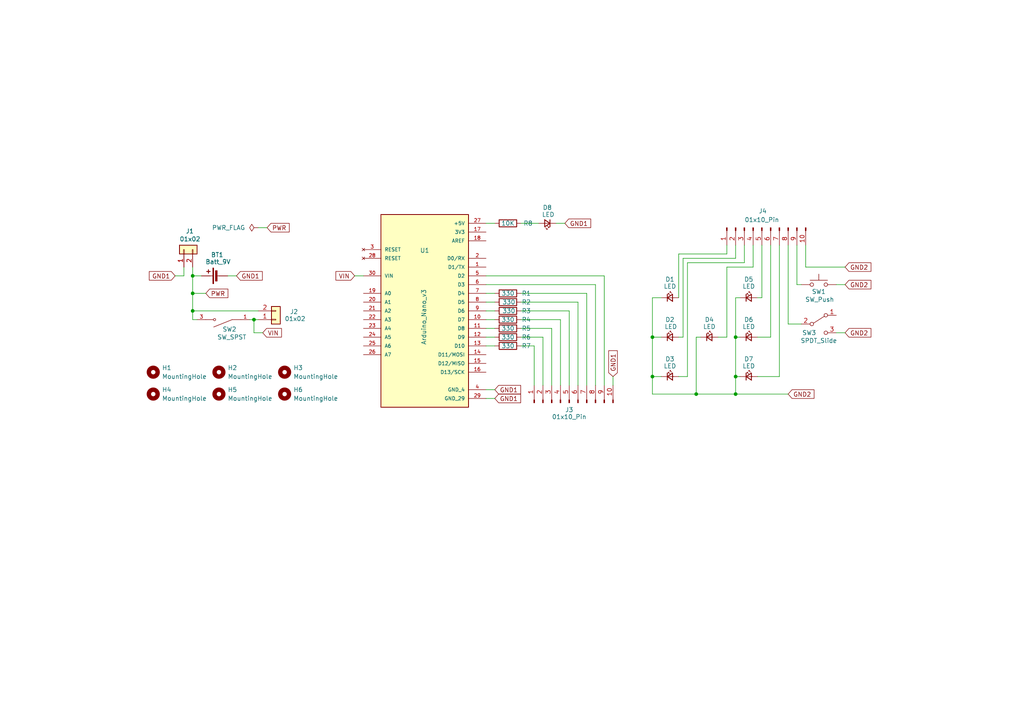
<source format=kicad_sch>
(kicad_sch (version 20250114) (generator "eeschema") (generator_version "9.0")
  (paper "A4")
  (lib_symbols
    (symbol "Connector:Conn_01x10_Pin" (pin_names (offset 1.016) (hide yes))
      (property "Reference" "J" (at 0 12.7 0))
      (property "Value" "Conn_01x10_Pin" (at 0 -15.24 0))
      (symbol "Conn_01x10_Pin_1_1"
        (rectangle (start 0.8636 10.287) (end 0 10.033) (stroke (width 0.1524)) (fill (type outline)))
        (rectangle (start 0.8636 7.747) (end 0 7.493) (stroke (width 0.1524)) (fill (type outline)))
        (rectangle (start 0.8636 5.207) (end 0 4.953) (stroke (width 0.1524)) (fill (type outline)))
        (rectangle (start 0.8636 2.667) (end 0 2.413) (stroke (width 0.1524)) (fill (type outline)))
        (rectangle (start 0.8636 0.127) (end 0 -0.127) (stroke (width 0.1524)) (fill (type outline)))
        (rectangle (start 0.8636 -2.413) (end 0 -2.667) (stroke (width 0.1524)) (fill (type outline)))
        (rectangle (start 0.8636 -4.953) (end 0 -5.207) (stroke (width 0.1524)) (fill (type outline)))
        (rectangle (start 0.8636 -7.493) (end 0 -7.747) (stroke (width 0.1524)) (fill (type outline)))
        (rectangle (start 0.8636 -10.033) (end 0 -10.287) (stroke (width 0.1524)) (fill (type outline)))
        (rectangle (start 0.8636 -12.573) (end 0 -12.827) (stroke (width 0.1524)) (fill (type outline)))
        (polyline (pts (xy 1.27 10.16) (xy 0.8636 10.16)) (stroke (width 0.1524)))
        (polyline (pts (xy 1.27 7.62) (xy 0.8636 7.62)) (stroke (width 0.1524)))
        (polyline (pts (xy 1.27 5.08) (xy 0.8636 5.08)) (stroke (width 0.1524)))
        (polyline (pts (xy 1.27 2.54) (xy 0.8636 2.54)) (stroke (width 0.1524)))
        (polyline (pts (xy 1.27 0) (xy 0.8636 0)) (stroke (width 0.1524)))
        (polyline (pts (xy 1.27 -2.54) (xy 0.8636 -2.54)) (stroke (width 0.1524)))
        (polyline (pts (xy 1.27 -5.08) (xy 0.8636 -5.08)) (stroke (width 0.1524)))
        (polyline (pts (xy 1.27 -7.62) (xy 0.8636 -7.62)) (stroke (width 0.1524)))
        (polyline (pts (xy 1.27 -10.16) (xy 0.8636 -10.16)) (stroke (width 0.1524)))
        (polyline (pts (xy 1.27 -12.7) (xy 0.8636 -12.7)) (stroke (width 0.1524)))
        (pin passive line (at 5.08 10.16 180) (length 3.81) (name "Pin_1") (number "1"))
        (pin passive line (at 5.08 7.62 180) (length 3.81) (name "Pin_2") (number "2"))
        (pin passive line (at 5.08 5.08 180) (length 3.81) (name "Pin_3") (number "3"))
        (pin passive line (at 5.08 2.54 180) (length 3.81) (name "Pin_4") (number "4"))
        (pin passive line (at 5.08 0 180) (length 3.81) (name "Pin_5") (number "5"))
        (pin passive line (at 5.08 -2.54 180) (length 3.81) (name "Pin_6") (number "6"))
        (pin passive line (at 5.08 -5.08 180) (length 3.81) (name "Pin_7") (number "7"))
        (pin passive line (at 5.08 -7.62 180) (length 3.81) (name "Pin_8") (number "8"))
        (pin passive line (at 5.08 -10.16 180) (length 3.81) (name "Pin_9") (number "9"))
        (pin passive line (at 5.08 -12.7 180) (length 3.81) (name "Pin_10") (number "10"))
      )
    )
    (symbol "Connector_Generic:Conn_01x02" (pin_names (offset 1.016) (hide yes))
      (property "Reference" "J" (at 0 2.54 0))
      (property "Value" "Conn_01x02" (at 0 -5.08 0))
      (symbol "Conn_01x02_1_1"
        (rectangle (start -1.27 1.27) (end 1.27 -3.81) (stroke (width 0.254)) (fill (type background)))
        (rectangle (start -1.27 0.127) (end 0 -0.127) (stroke (width 0.1524)))
        (rectangle (start -1.27 -2.413) (end 0 -2.667) (stroke (width 0.1524)))
        (pin passive line (at -5.08 0 0) (length 3.81) (name "Pin_1") (number "1"))
        (pin passive line (at -5.08 -2.54 0) (length 3.81) (name "Pin_2") (number "2"))
      )
    )
    (symbol "Custom:Arduino_Nano_v3" (pin_names (offset 1.016))
      (property "Reference" "U1" (at 0 17.526 0))
      (property "Value" "Arduino_Nano_v3" (at -0.254 -1.778 90))
      (symbol "Arduino_Nano_v3_0_0"
        (rectangle (start -12.7 27.94) (end 12.7 -27.94) (stroke (width 0.254)) (fill (type background)))
        (pin no_connect line (at -17.78 17.78 0) (length 5.08) (name "RESET") (number "3"))
        (pin no_connect line (at -17.78 15.24 0) (length 5.08) (name "RESET") (number "28"))
        (pin input line (at -17.78 10.16 0) (length 5.08) (name "VIN") (number "30"))
        (pin free line (at -17.78 5.08 0) (length 5.08) (name "A0") (number "19"))
        (pin free line (at -17.78 2.54 0) (length 5.08) (name "A1") (number "20"))
        (pin free line (at -17.78 0 0) (length 5.08) (name "A2") (number "21"))
        (pin free line (at -17.78 -2.54 0) (length 5.08) (name "A3") (number "22"))
        (pin free line (at -17.78 -5.08 0) (length 5.08) (name "A4") (number "23"))
        (pin free line (at -17.78 -7.62 0) (length 5.08) (name "A5") (number "24"))
        (pin free line (at -17.78 -10.16 0) (length 5.08) (name "A6") (number "25"))
        (pin free line (at -17.78 -12.7 0) (length 5.08) (name "A7") (number "26"))
        (pin power_out line (at 17.78 25.4 180) (length 5.08) (name "+5V") (number "27"))
        (pin free line (at 17.78 22.86 180) (length 5.08) (name "3V3") (number "17"))
        (pin free line (at 17.78 20.32 180) (length 5.08) (name "AREF") (number "18"))
        (pin free line (at 17.78 15.24 180) (length 5.08) (name "D0/RX") (number "2"))
        (pin free line (at 17.78 12.7 180) (length 5.08) (name "D1/TX") (number "1"))
        (pin bidirectional line (at 17.78 10.16 180) (length 5.08) (name "D2") (number "5"))
        (pin bidirectional line (at 17.78 7.62 180) (length 5.08) (name "D3") (number "6"))
        (pin bidirectional line (at 17.78 5.08 180) (length 5.08) (name "D4") (number "7"))
        (pin bidirectional line (at 17.78 2.54 180) (length 5.08) (name "D5") (number "8"))
        (pin bidirectional line (at 17.78 0 180) (length 5.08) (name "D6") (number "9"))
        (pin bidirectional line (at 17.78 -2.54 180) (length 5.08) (name "D7") (number "10"))
        (pin bidirectional line (at 17.78 -5.08 180) (length 5.08) (name "D8") (number "11"))
        (pin bidirectional line (at 17.78 -7.62 180) (length 5.08) (name "D9") (number "12"))
        (pin bidirectional line (at 17.78 -10.16 180) (length 5.08) (name "D10") (number "13"))
        (pin free line (at 17.78 -12.7 180) (length 5.08) (name "D11/MOSI") (number "14"))
        (pin free line (at 17.78 -15.24 180) (length 5.08) (name "D12/MISO") (number "15"))
        (pin free line (at 17.78 -17.78 180) (length 5.08) (name "D13/SCK") (number "16"))
        (pin passive line (at 17.78 -22.86 180) (length 5.08) (name "GND_4") (number "4"))
        (pin passive line (at 17.78 -25.4 180) (length 5.08) (name "GND_29") (number "29"))
      )
    )
    (symbol "Custom:Push_Button_Switch_THT_C&K_D6R90LGS" (pin_names (offset 1.016))
      (property "Reference" "S" (at -3.81 2.54 0))
      (property "Value" "Push_Button_Switch_THT_C&K_D6R90LGS" (at -3.81 -2.54 0))
      (symbol "Push_Button_Switch_THT_C&K_D6R90LGS_0_0"
        (polyline (pts (xy -2.54 0) (xy -5.08 0)) (stroke (width 0.1524)))
        (polyline (pts (xy -2.54 0) (xy 2.794 2.1336)) (stroke (width 0.1524)))
        (circle (center 2.54 0) (radius 0.3302) (stroke (width 0.1524)))
        (polyline (pts (xy 5.08 0) (xy 2.921 0)) (stroke (width 0.1524)))
        (pin passive line (at -7.62 0 0) (length 2.54) (name "~") (number "1"))
        (pin passive line (at -7.62 0 0) (length 2.54) (hide yes) (name "~") (number "2"))
        (pin passive line (at 7.62 0 180) (length 2.54) (name "~") (number "3"))
        (pin passive line (at 7.62 0 180) (length 2.54) (hide yes) (name "~") (number "4"))
      )
    )
    (symbol "Device:Battery_Cell" (pin_numbers (hide yes)) (pin_names (offset 0) (hide yes))
      (property "Reference" "BT" (at 2.54 2.54 0))
      (property "Value" "Battery_Cell" (at 2.54 0 0))
      (symbol "Battery_Cell_0_1"
        (rectangle (start -2.286 1.778) (end 2.286 1.524) (fill (type outline)))
        (rectangle (start -1.524 1.016) (end 1.524 0.508) (fill (type outline)))
        (polyline (pts (xy 0 1.778) (xy 0 2.54)))
        (polyline (pts (xy 0 0.762) (xy 0 0)))
        (polyline (pts (xy 0.762 3.048) (xy 1.778 3.048)) (stroke (width 0.254)))
        (polyline (pts (xy 1.27 3.556) (xy 1.27 2.54)) (stroke (width 0.254)))
      )
      (symbol "Battery_Cell_1_1"
        (pin passive line (at 0 5.08 270) (length 2.54) (name "+") (number "1"))
        (pin passive line (at 0 -2.54 90) (length 2.54) (name "-") (number "2"))
      )
    )
    (symbol "Device:R" (pin_numbers (hide yes)) (pin_names (offset 0))
      (property "Reference" "R" (at 2.032 0 90))
      (property "Value" "R" (at 0 0 90))
      (symbol "R_0_1"
        (rectangle (start -1.016 -2.54) (end 1.016 2.54) (stroke (width 0.254)))
      )
      (symbol "R_1_1"
        (pin passive line (at 0 3.81 270) (length 1.27) (name "~") (number "1"))
        (pin passive line (at 0 -3.81 90) (length 1.27) (name "~") (number "2"))
      )
    )
    (symbol "Mechanical:MountingHole" (pin_names (offset 1.016)) (in_bom no)
      (property "Reference" "H" (at 0 5.08 0))
      (property "Value" "MountingHole" (at 0 3.175 0))
      (symbol "MountingHole_0_1"
        (circle (center 0 0) (radius 1.27) (stroke (width 1.27)))
      )
    )
    (symbol "PCM_SparkFun-LED:LED" (pin_numbers (hide yes)) (pin_names (offset 1.016) (hide yes))
      (property "Reference" "D" (at 0 2.54 0))
      (property "Value" "LED" (at 0 -2.54 0))
      (symbol "LED_0_1"
        (polyline (pts (xy -0.762 -1.016) (xy -0.762 1.016)) (stroke (width 0.254)))
        (polyline (pts (xy 0 0.762) (xy -0.508 1.27) (xy -0.254 1.27) (xy -0.508 1.27) (xy -0.508 1.016)))
        (polyline (pts (xy 0.508 1.27) (xy 0 1.778) (xy 0.254 1.778) (xy 0 1.778) (xy 0 1.524)))
        (polyline (pts (xy 0.762 -1.016) (xy -0.762 0) (xy 0.762 1.016) (xy 0.762 -1.016)) (stroke (width 0.254)))
        (polyline (pts (xy 1.016 0) (xy -0.762 0)))
      )
      (symbol "LED_1_1"
        (pin passive line (at -2.54 0 0) (length 1.778) (name "K") (number "1"))
        (pin passive line (at 2.54 0 180) (length 1.778) (name "A") (number "2"))
      )
    )
    (symbol "PCM_SparkFun-Switch:SPDT_Slide_PTH_11.6x4.0mm" (pin_names (offset 0) (hide yes))
      (property "Reference" "SW3" (at -2.794 -2.54 0))
      (property "Value" "SPDT_Slide" (at 0 -4.826 0))
      (symbol "SPDT_Slide_PTH_11.6x4.0mm_0_0"
        (circle (center -2.032 0) (radius 0.508))
        (circle (center 2.032 -2.54) (radius 0.508))
      )
      (symbol "SPDT_Slide_PTH_11.6x4.0mm_0_1"
        (polyline (pts (xy -1.524 0.254) (xy 1.651 2.286)))
        (circle (center 2.032 2.54) (radius 0.508))
      )
      (symbol "SPDT_Slide_PTH_11.6x4.0mm_1_1"
        (pin passive line (at -5.08 0 0) (length 2.54) (name "B") (number "2"))
        (pin free line (at 5.08 2.54 180) (length 2.54) (name "A") (number "1"))
        (pin passive line (at 5.08 -2.54 180) (length 2.54) (name "C") (number "3"))
      )
    )
    (symbol "Switch:SW_Push" (pin_numbers (hide yes)) (pin_names (offset 1.016) (hide yes))
      (property "Reference" "SW" (at 1.27 2.54 0))
      (property "Value" "SW_Push" (at 0 -1.524 0))
      (symbol "SW_Push_0_1"
        (circle (center -2.032 0) (radius 0.508))
        (polyline (pts (xy 0 1.27) (xy 0 3.048)))
        (circle (center 2.032 0) (radius 0.508))
        (polyline (pts (xy 2.54 1.27) (xy -2.54 1.27)))
        (pin passive line (at -5.08 0 0) (length 2.54) (name "1") (number "1"))
        (pin passive line (at 5.08 0 180) (length 2.54) (name "2") (number "2"))
      )
    )
    (symbol "power:PWR_FLAG" (power) (pin_numbers (hide yes)) (pin_names (offset 0) (hide yes))
      (property "Value" "PWR_FLAG" (at 0 3.81 0))
      (symbol "PWR_FLAG_0_0"
        (pin power_out line (at 0 0 90) (length 0) (name "~") (number "1"))
      )
      (symbol "PWR_FLAG_0_1"
        (polyline (pts (xy 0 0) (xy 0 1.27) (xy -1.016 1.905) (xy 0 2.54) (xy 1.016 1.905) (xy 0 1.27)))
      )
    )
  )
  (junction (at 189.23 109.22))
  (junction (at 55.88 80.01))
  (junction (at 55.88 90.17))
  (junction (at 213.36 114.3))
  (junction (at 201.93 114.3))
  (junction (at 213.36 97.79))
  (junction (at 55.88 85.09))
  (junction (at 189.23 97.79))
  (junction (at 73.66 92.71))
  (junction (at 213.36 109.22))
  (wire (pts (xy 226.06 71.12) (xy 226.06 109.22)))
  (wire (pts (xy 210.82 77.47) (xy 210.82 97.79)))
  (wire (pts (xy 198.12 74.93) (xy 198.12 97.79)))
  (wire (pts (xy 177.8 111.76) (xy 177.8 109.22)))
  (wire (pts (xy 214.63 97.79) (xy 213.36 97.79)))
  (wire (pts (xy 228.6 71.12) (xy 228.6 93.98)))
  (wire (pts (xy 151.13 92.71) (xy 162.56 92.71)))
  (wire (pts (xy 55.88 92.71) (xy 57.15 92.71)))
  (wire (pts (xy 151.13 85.09) (xy 170.18 85.09)))
  (wire (pts (xy 151.13 95.25) (xy 160.02 95.25)))
  (wire (pts (xy 53.34 77.47) (xy 53.34 80.01)))
  (wire (pts (xy 223.52 71.12) (xy 223.52 97.79)))
  (wire (pts (xy 175.26 80.01) (xy 175.26 111.76)))
  (wire (pts (xy 199.39 76.2) (xy 199.39 109.22)))
  (wire (pts (xy 72.39 92.71) (xy 73.66 92.71)))
  (wire (pts (xy 198.12 74.93) (xy 213.36 74.93)))
  (wire (pts (xy 102.87 80.01) (xy 105.41 80.01)))
  (wire (pts (xy 210.82 73.66) (xy 210.82 71.12)))
  (wire (pts (xy 189.23 109.22) (xy 189.23 114.3)))
  (wire (pts (xy 210.82 73.66) (xy 196.85 73.66)))
  (wire (pts (xy 242.57 96.52) (xy 245.11 96.52)))
  (wire (pts (xy 151.13 64.77) (xy 156.21 64.77)))
  (wire (pts (xy 50.8 80.01) (xy 53.34 80.01)))
  (wire (pts (xy 213.36 86.36) (xy 214.63 86.36)))
  (wire (pts (xy 199.39 109.22) (xy 196.85 109.22)))
  (wire (pts (xy 213.36 71.12) (xy 213.36 74.93)))
  (wire (pts (xy 160.02 95.25) (xy 160.02 111.76)))
  (wire (pts (xy 214.63 109.22) (xy 213.36 109.22)))
  (wire (pts (xy 233.68 71.12) (xy 233.68 77.47)))
  (wire (pts (xy 55.88 77.47) (xy 55.88 80.01)))
  (wire (pts (xy 189.23 86.36) (xy 191.77 86.36)))
  (wire (pts (xy 226.06 109.22) (xy 219.71 109.22)))
  (wire (pts (xy 218.44 71.12) (xy 218.44 77.47)))
  (wire (pts (xy 73.66 92.71) (xy 73.66 96.52)))
  (wire (pts (xy 213.36 97.79) (xy 213.36 109.22)))
  (wire (pts (xy 242.57 82.55) (xy 245.11 82.55)))
  (wire (pts (xy 140.97 64.77) (xy 143.51 64.77)))
  (wire (pts (xy 55.88 90.17) (xy 55.88 92.71)))
  (wire (pts (xy 189.23 97.79) (xy 189.23 109.22)))
  (wire (pts (xy 140.97 97.79) (xy 143.51 97.79)))
  (wire (pts (xy 213.36 109.22) (xy 213.36 114.3)))
  (wire (pts (xy 151.13 100.33) (xy 154.94 100.33)))
  (wire (pts (xy 198.12 97.79) (xy 196.85 97.79)))
  (wire (pts (xy 74.93 66.04) (xy 77.47 66.04)))
  (wire (pts (xy 220.98 86.36) (xy 219.71 86.36)))
  (wire (pts (xy 201.93 97.79) (xy 201.93 114.3)))
  (wire (pts (xy 228.6 114.3) (xy 213.36 114.3)))
  (wire (pts (xy 73.66 92.71) (xy 74.93 92.71)))
  (wire (pts (xy 172.72 82.55) (xy 172.72 111.76)))
  (wire (pts (xy 140.97 92.71) (xy 143.51 92.71)))
  (wire (pts (xy 231.14 71.12) (xy 231.14 82.55)))
  (wire (pts (xy 157.48 97.79) (xy 157.48 111.76)))
  (wire (pts (xy 215.9 76.2) (xy 199.39 76.2)))
  (wire (pts (xy 140.97 87.63) (xy 143.51 87.63)))
  (wire (pts (xy 55.88 90.17) (xy 74.93 90.17)))
  (wire (pts (xy 245.11 77.47) (xy 233.68 77.47)))
  (wire (pts (xy 228.6 93.98) (xy 232.41 93.98)))
  (wire (pts (xy 215.9 71.12) (xy 215.9 76.2)))
  (wire (pts (xy 161.29 64.77) (xy 163.83 64.77)))
  (wire (pts (xy 162.56 92.71) (xy 162.56 111.76)))
  (wire (pts (xy 167.64 87.63) (xy 167.64 111.76)))
  (wire (pts (xy 223.52 97.79) (xy 219.71 97.79)))
  (wire (pts (xy 59.69 85.09) (xy 55.88 85.09)))
  (wire (pts (xy 140.97 90.17) (xy 143.51 90.17)))
  (wire (pts (xy 170.18 85.09) (xy 170.18 111.76)))
  (wire (pts (xy 55.88 80.01) (xy 55.88 85.09)))
  (wire (pts (xy 218.44 77.47) (xy 210.82 77.47)))
  (wire (pts (xy 76.2 96.52) (xy 73.66 96.52)))
  (wire (pts (xy 140.97 85.09) (xy 143.51 85.09)))
  (wire (pts (xy 201.93 97.79) (xy 203.2 97.79)))
  (wire (pts (xy 213.36 86.36) (xy 213.36 97.79)))
  (wire (pts (xy 66.04 80.01) (xy 68.58 80.01)))
  (wire (pts (xy 151.13 87.63) (xy 167.64 87.63)))
  (wire (pts (xy 220.98 71.12) (xy 220.98 86.36)))
  (wire (pts (xy 140.97 115.57) (xy 143.51 115.57)))
  (wire (pts (xy 210.82 97.79) (xy 208.28 97.79)))
  (wire (pts (xy 189.23 97.79) (xy 191.77 97.79)))
  (wire (pts (xy 140.97 82.55) (xy 172.72 82.55)))
  (wire (pts (xy 231.14 82.55) (xy 232.41 82.55)))
  (wire (pts (xy 189.23 114.3) (xy 201.93 114.3)))
  (wire (pts (xy 151.13 97.79) (xy 157.48 97.79)))
  (wire (pts (xy 140.97 113.03) (xy 143.51 113.03)))
  (wire (pts (xy 165.1 90.17) (xy 165.1 111.76)))
  (wire (pts (xy 201.93 114.3) (xy 213.36 114.3)))
  (wire (pts (xy 140.97 100.33) (xy 143.51 100.33)))
  (wire (pts (xy 55.88 85.09) (xy 55.88 90.17)))
  (wire (pts (xy 140.97 80.01) (xy 175.26 80.01)))
  (wire (pts (xy 196.85 73.66) (xy 196.85 86.36)))
  (wire (pts (xy 189.23 109.22) (xy 191.77 109.22)))
  (wire (pts (xy 140.97 95.25) (xy 143.51 95.25)))
  (wire (pts (xy 154.94 100.33) (xy 154.94 111.76)))
  (wire (pts (xy 55.88 80.01) (xy 58.42 80.01)))
  (wire (pts (xy 151.13 90.17) (xy 165.1 90.17)))
  (wire (pts (xy 189.23 86.36) (xy 189.23 97.79)))
  (global_label "GND2" (shape input) (at 228.6 114.3 0) (property "Intersheetrefs" "${INTERSHEET_REFS}" (effects (hide yes))))
  (global_label "GND1" (shape input) (at 68.58 80.01 0) (property "Intersheetrefs" "${INTERSHEET_REFS}" (effects (hide yes))))
  (global_label "GND1" (shape input) (at 143.51 115.57 0) (property "Intersheetrefs" "${INTERSHEET_REFS}" (effects (hide yes))))
  (global_label "GND2" (shape input) (at 245.11 82.55 0) (property "Intersheetrefs" "${INTERSHEET_REFS}" (effects (hide yes))))
  (global_label "GND1" (shape input) (at 163.83 64.77 0) (property "Intersheetrefs" "${INTERSHEET_REFS}" (effects (hide yes))))
  (global_label "GND1" (shape input) (at 177.8 109.22 90) (property "Intersheetrefs" "${INTERSHEET_REFS}" (effects (hide yes))))
  (global_label "PWR" (shape input) (at 77.47 66.04 0) (property "Intersheetrefs" "${INTERSHEET_REFS}" (effects (hide yes))))
  (global_label "GND1" (shape input) (at 50.8 80.01 180) (property "Intersheetrefs" "${INTERSHEET_REFS}" (effects (hide yes))))
  (global_label "PWR" (shape input) (at 59.69 85.09 0) (property "Intersheetrefs" "${INTERSHEET_REFS}" (effects (hide yes))))
  (global_label "GND2" (shape input) (at 245.11 77.47 0) (property "Intersheetrefs" "${INTERSHEET_REFS}" (effects (hide yes))))
  (global_label "GND2" (shape input) (at 245.11 96.52 0) (property "Intersheetrefs" "${INTERSHEET_REFS}" (effects (hide yes))))
  (global_label "GND1" (shape input) (at 143.51 113.03 0) (property "Intersheetrefs" "${INTERSHEET_REFS}" (effects (hide yes))))
  (global_label "VIN" (shape input) (at 76.2 96.52 0) (property "Intersheetrefs" "${INTERSHEET_REFS}" (effects (hide yes))))
  (global_label "VIN" (shape input) (at 102.87 80.01 180) (property "Intersheetrefs" "${INTERSHEET_REFS}" (effects (hide yes))))
  (symbol (lib_id "Device:R") (at 147.32 87.63 90) (mirror x) (unit 1)
    (property "Reference" "R2" (at 152.654 87.63 90))
    (property "Value" "330" (at 147.574 87.63 90))
    (property "Footprint" "Resistor_THT:R_Axial_DIN0204_L3.6mm_D1.6mm_P5.08mm_Horizontal" (effects (hide yes)))
    (property "Description" "Resistor" (effects (hide yes)))
  )
  (symbol (lib_id "Connector_Generic:Conn_01x02") (at 80.01 92.71 0) (mirror x) (unit 1)
    (property "Reference" "J2" (at 84.074 90.424 0) (effects (justify left)))
    (property "Value" "01x02" (at 82.55 92.456 0) (effects (justify left)))
    (property "Footprint" "Connector_PinHeader_2.54mm:PinHeader_1x02_P2.54mm_Vertical" (effects (hide yes)))
    (property "Description" "Generic connector, single row, 01x02, script generated (kicad-library-utils/schlib/autogen/connector/)" (effects (hide yes)))
  )
  (symbol (lib_id "PCM_SparkFun-LED:LED") (at 217.17 86.36 0) (unit 1)
    (property "Reference" "D5" (at 217.17 81.026 0))
    (property "Value" "LED" (at 217.17 83.058 0))
    (property "Footprint" "LED_THT:LED_D5.0mm" (effects (hide yes)))
    (property "Description" "Light emitting diode" (effects (hide yes)))
    (property "PROD_ID" "LED-" (effects (hide yes)))
  )
  (symbol (lib_id "Mechanical:MountingHole") (at 63.5 114.3 0) (unit 1) (in_bom no)
    (property "Reference" "H5" (at 66.04 113.0299 0) (effects (justify left)))
    (property "Value" "MountingHole" (at 66.04 115.5699 0) (effects (justify left)))
    (property "Footprint" "MountingHole:MountingHole_2mm" (effects (hide yes)))
    (property "Description" "Mounting Hole without connection" (effects (hide yes)))
  )
  (symbol (lib_id "Device:R") (at 147.32 100.33 90) (mirror x) (unit 1)
    (property "Reference" "R7" (at 152.654 100.33 90))
    (property "Value" "330" (at 147.32 100.33 90))
    (property "Footprint" "Resistor_THT:R_Axial_DIN0204_L3.6mm_D1.6mm_P5.08mm_Horizontal" (effects (hide yes)))
    (property "Description" "Resistor" (effects (hide yes)))
  )
  (symbol (lib_id "power:PWR_FLAG") (at 74.93 66.04 90) (unit 1)
    (property "Reference" "#FLG01" (effects (hide yes)))
    (property "Value" "PWR_FLAG" (at 71.12 66.0399 90) (effects (justify left)))
    (property "Description" "Special symbol for telling ERC where power comes from" (effects (hide yes)))
  )
  (symbol (lib_id "Custom:Arduino_Nano_v3") (at 123.19 90.17 0) (unit 1)
    (property "Reference" "U1" (at 123.19 72.644 0))
    (property "Value" "Arduino_Nano_v3" (at 122.936 91.948 90))
    (property "Footprint" "Custom:Arduino_Nano_v3" (effects (hide yes)))
    (property "Description" "Small, complete, and breadboard-friendly board based on the ATmega328 (Arduino Nano 3.x)" (effects (hide yes)))
    (property "MF" "Arduino" (effects (hide yes)))
    (property "Check_prices" "https://www.snapeda.com/parts/Arduino%20Nano/Arduino/view-part/?ref=eda" (effects (hide yes)))
    (property "MP" "Arduino Nano" (effects (hide yes)))
  )
  (symbol (lib_id "Device:R") (at 147.32 90.17 90) (mirror x) (unit 1)
    (property "Reference" "R3" (at 152.654 90.17 90))
    (property "Value" "330" (at 147.574 90.17 90))
    (property "Footprint" "Resistor_THT:R_Axial_DIN0204_L3.6mm_D1.6mm_P5.08mm_Horizontal" (effects (hide yes)))
    (property "Description" "Resistor" (effects (hide yes)))
  )
  (symbol (lib_id "Connector_Generic:Conn_01x02") (at 53.34 72.39 90) (unit 1)
    (property "Reference" "J1" (at 53.848 67.056 90) (effects (justify right)))
    (property "Value" "01x02" (at 52.07 69.342 90) (effects (justify right)))
    (property "Footprint" "Connector_PinHeader_2.54mm:PinHeader_1x02_P2.54mm_Vertical" (effects (hide yes)))
    (property "Description" "Generic connector, single row, 01x02, script generated (kicad-library-utils/schlib/autogen/connector/)" (effects (hide yes)))
  )
  (symbol (lib_id "Device:R") (at 147.32 85.09 90) (mirror x) (unit 1)
    (property "Reference" "R1" (at 152.654 85.09 90))
    (property "Value" "330" (at 147.32 85.09 90))
    (property "Footprint" "Resistor_THT:R_Axial_DIN0204_L3.6mm_D1.6mm_P5.08mm_Horizontal" (effects (hide yes)))
    (property "Description" "Resistor" (effects (hide yes)))
  )
  (symbol (lib_id "Mechanical:MountingHole") (at 44.45 107.95 0) (unit 1) (in_bom no)
    (property "Reference" "H1" (at 46.99 106.6799 0) (effects (justify left)))
    (property "Value" "MountingHole" (at 46.99 109.2199 0) (effects (justify left)))
    (property "Footprint" "MountingHole:MountingHole_2mm" (effects (hide yes)))
    (property "Description" "Mounting Hole without connection" (effects (hide yes)))
  )
  (symbol (lib_id "Connector:Conn_01x10_Pin") (at 165.1 116.84 90) (unit 1)
    (property "Reference" "J3" (at 165.1 118.872 90))
    (property "Value" "01x10_Pin" (at 165.1 120.904 90))
    (property "Footprint" "Connector_PinHeader_2.54mm:PinHeader_1x10_P2.54mm_Vertical" (effects (hide yes)))
    (property "Description" "Generic connector, single row, 01x10, script generated" (effects (hide yes)))
  )
  (symbol (lib_id "Device:R") (at 147.32 95.25 90) (mirror x) (unit 1)
    (property "Reference" "R5" (at 152.654 95.25 90))
    (property "Value" "330" (at 147.32 95.25 90))
    (property "Footprint" "Resistor_THT:R_Axial_DIN0204_L3.6mm_D1.6mm_P5.08mm_Horizontal" (effects (hide yes)))
    (property "Description" "Resistor" (effects (hide yes)))
  )
  (symbol (lib_id "PCM_SparkFun-LED:LED") (at 217.17 97.79 0) (unit 1)
    (property "Reference" "D6" (at 217.17 92.71 0))
    (property "Value" "LED" (at 217.17 94.742 0))
    (property "Footprint" "LED_THT:LED_D5.0mm" (effects (hide yes)))
    (property "Description" "Light emitting diode" (effects (hide yes)))
    (property "PROD_ID" "LED-" (effects (hide yes)))
  )
  (symbol (lib_id "PCM_SparkFun-Switch:SPDT_Slide_PTH_11.6x4.0mm") (at 237.49 93.98 0) (unit 1)
    (property "Reference" "SW3" (at 234.696 96.52 0))
    (property "Value" "SPDT_Slide" (at 237.49 98.806 0))
    (property "Footprint" "PCM_SparkFun-Switch:Slide_SPDT_PTH_11.6x4.0mm" (effects (hide yes)))
    (property "Datasheet" "https://www.sparkfun.com/datasheets/Components/Buttons/P040040c.pdf" (effects (hide yes)))
    (property "Description" "Switch, single pole double throw" (effects (hide yes)))
    (property "PROD_ID" "SWCH-08261" (effects (hide yes)))
  )
  (symbol (lib_id "PCM_SparkFun-LED:LED") (at 205.74 97.79 0) (unit 1)
    (property "Reference" "D4" (at 205.74 92.71 0))
    (property "Value" "LED" (at 205.74 94.742 0))
    (property "Footprint" "LED_THT:LED_D5.0mm" (effects (hide yes)))
    (property "Description" "Light emitting diode" (effects (hide yes)))
    (property "PROD_ID" "LED-" (effects (hide yes)))
  )
  (symbol (lib_id "Device:R") (at 147.32 97.79 90) (mirror x) (unit 1)
    (property "Reference" "R6" (at 152.654 97.79 90))
    (property "Value" "330" (at 147.32 97.79 90))
    (property "Footprint" "Resistor_THT:R_Axial_DIN0204_L3.6mm_D1.6mm_P5.08mm_Horizontal" (effects (hide yes)))
    (property "Description" "Resistor" (effects (hide yes)))
  )
  (symbol (lib_id "PCM_SparkFun-LED:LED") (at 217.17 109.22 0) (unit 1)
    (property "Reference" "D7" (at 217.17 104.14 0))
    (property "Value" "LED" (at 217.17 106.172 0))
    (property "Footprint" "LED_THT:LED_D5.0mm" (effects (hide yes)))
    (property "Description" "Light emitting diode" (effects (hide yes)))
    (property "PROD_ID" "LED-" (effects (hide yes)))
  )
  (symbol (lib_id "PCM_SparkFun-LED:LED") (at 158.75 64.77 180) (unit 1)
    (property "Reference" "D8" (at 158.75 60.198 0))
    (property "Value" "LED" (at 159.004 62.23 0))
    (property "Footprint" "LED_THT:LED_D3.0mm" (effects (hide yes)))
    (property "Description" "Light emitting diode" (effects (hide yes)))
    (property "PROD_ID" "LED-" (effects (hide yes)))
  )
  (symbol (lib_id "Connector:Conn_01x10_Pin") (at 220.98 66.04 90) (mirror x) (unit 1)
    (property "Reference" "J4" (at 221.234 61.214 90))
    (property "Value" "01x10_Pin" (at 220.98 63.754 90))
    (property "Footprint" "Connector_PinHeader_2.54mm:PinHeader_1x10_P2.54mm_Vertical" (effects (hide yes)))
    (property "Description" "Generic connector, single row, 01x10, script generated" (effects (hide yes)))
  )
  (symbol (lib_id "Mechanical:MountingHole") (at 44.45 114.3 0) (unit 1) (in_bom no)
    (property "Reference" "H4" (at 46.99 113.0299 0) (effects (justify left)))
    (property "Value" "MountingHole" (at 46.99 115.5699 0) (effects (justify left)))
    (property "Footprint" "MountingHole:MountingHole_2mm" (effects (hide yes)))
    (property "Description" "Mounting Hole without connection" (effects (hide yes)))
  )
  (symbol (lib_id "Switch:SW_Push") (at 237.49 82.55 0) (unit 1)
    (property "Reference" "SW1" (at 237.49 84.582 0))
    (property "Value" "SW_Push" (at 237.744 86.868 0))
    (property "Footprint" "Button_Switch_THT:SW_PUSH_6mm_H9.5mm" (effects (hide yes)))
    (property "Description" "Push button switch, generic, two pins" (effects (hide yes)))
  )
  (symbol (lib_id "Device:R") (at 147.32 64.77 90) (unit 1)
    (property "Reference" "R8" (at 153.162 64.77 90))
    (property "Value" "10K" (at 147.32 64.77 90))
    (property "Footprint" "Resistor_THT:R_Axial_DIN0204_L3.6mm_D1.6mm_P7.62mm_Horizontal" (effects (hide yes)))
    (property "Description" "Resistor" (effects (hide yes)))
  )
  (symbol (lib_id "Device:Battery_Cell") (at 63.5 80.01 90) (unit 1)
    (property "Reference" "BT1" (at 62.992 73.914 90))
    (property "Value" "Batt_9V" (at 63.246 75.946 90))
    (property "Footprint" "Battery:BatteryHolder_Eagle_12BH611-GR" (effects (hide yes)))
    (property "Description" "Single-cell battery" (effects (hide yes)))
  )
  (symbol (lib_id "PCM_SparkFun-LED:LED") (at 194.31 97.79 0) (unit 1)
    (property "Reference" "D2" (at 194.31 92.71 0))
    (property "Value" "LED" (at 194.564 94.742 0))
    (property "Footprint" "LED_THT:LED_D5.0mm" (effects (hide yes)))
    (property "Description" "Light emitting diode" (effects (hide yes)))
    (property "PROD_ID" "LED-" (effects (hide yes)))
  )
  (symbol (lib_id "PCM_SparkFun-LED:LED") (at 194.31 109.22 0) (unit 1)
    (property "Reference" "D3" (at 194.31 104.14 0))
    (property "Value" "LED" (at 194.31 106.172 0))
    (property "Footprint" "LED_THT:LED_D5.0mm" (effects (hide yes)))
    (property "Description" "Light emitting diode" (effects (hide yes)))
    (property "PROD_ID" "LED-" (effects (hide yes)))
  )
  (symbol (lib_id "Device:R") (at 147.32 92.71 90) (mirror x) (unit 1)
    (property "Reference" "R4" (at 152.654 92.71 90))
    (property "Value" "330" (at 147.32 92.71 90))
    (property "Footprint" "Resistor_THT:R_Axial_DIN0204_L3.6mm_D1.6mm_P5.08mm_Horizontal" (effects (hide yes)))
    (property "Description" "Resistor" (effects (hide yes)))
  )
  (symbol (lib_id "PCM_SparkFun-LED:LED") (at 194.31 86.36 0) (unit 1)
    (property "Reference" "D1" (at 194.31 81.026 0))
    (property "Value" "LED" (at 194.31 83.058 0))
    (property "Footprint" "LED_THT:LED_D5.0mm" (effects (hide yes)))
    (property "Description" "Light emitting diode" (effects (hide yes)))
    (property "PROD_ID" "LED-" (effects (hide yes)))
  )
  (symbol (lib_id "Mechanical:MountingHole") (at 63.5 107.95 0) (unit 1) (in_bom no)
    (property "Reference" "H2" (at 66.04 106.6799 0) (effects (justify left)))
    (property "Value" "MountingHole" (at 66.04 109.2199 0) (effects (justify left)))
    (property "Footprint" "MountingHole:MountingHole_2mm" (effects (hide yes)))
    (property "Description" "Mounting Hole without connection" (effects (hide yes)))
  )
  (symbol (lib_id "Mechanical:MountingHole") (at 82.55 114.3 0) (unit 1) (in_bom no)
    (property "Reference" "H6" (at 85.09 113.0299 0) (effects (justify left)))
    (property "Value" "MountingHole" (at 85.09 115.5699 0) (effects (justify left)))
    (property "Footprint" "MountingHole:MountingHole_2mm" (effects (hide yes)))
    (property "Description" "Mounting Hole without connection" (effects (hide yes)))
  )
  (symbol (lib_id "Mechanical:MountingHole") (at 82.55 107.95 0) (unit 1) (in_bom no)
    (property "Reference" "H3" (at 85.09 106.6799 0) (effects (justify left)))
    (property "Value" "MountingHole" (at 85.09 109.2199 0) (effects (justify left)))
    (property "Footprint" "MountingHole:MountingHole_2mm" (effects (hide yes)))
    (property "Description" "Mounting Hole without connection" (effects (hide yes)))
  )
  (symbol (lib_id "Custom:Push_Button_Switch_THT_C&K_D6R90LGS") (at 64.77 92.71 180) (unit 1)
    (property "Reference" "SW2" (at 64.516 95.504 0) (effects (justify right)))
    (property "Value" "SW_SPST" (at 62.992 97.79 0) (effects (justify right)))
    (property "Footprint" "Custom:Push_Button_Switch_THT_C&K_D6R90LGS" (effects (hide yes)))
    (property "Description" "Pushbutton Switch SPST-NO Keyswitch Through Hole" (effects (hide yes)))
    (property "MP" "D6R90LFS" (effects (hide yes)))
    (property "MANUFACTURER" "C&K" (effects (hide yes)))
  )
)
</source>
